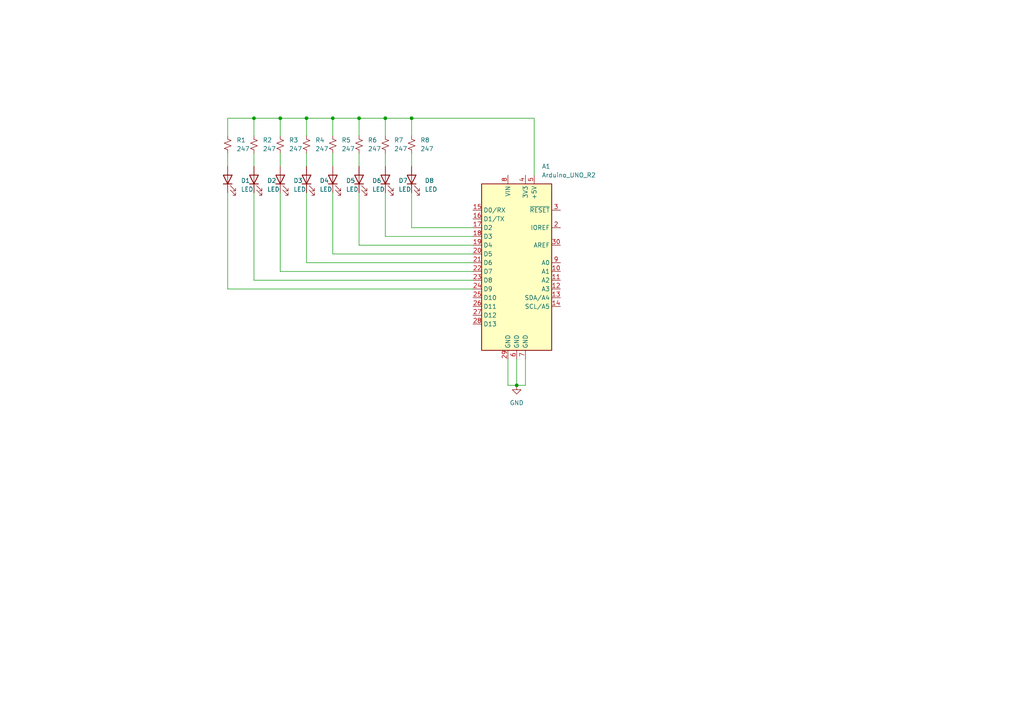
<source format=kicad_sch>
(kicad_sch (version 20230121) (generator eeschema)

  (uuid 76432d08-50f8-4248-b527-5ea6558ab5cf)

  (paper "A4")

  (title_block
    (title "Arduino Shield")
    (date "2024-01-15")
    (rev "1")
    (company "BKU")
    (comment 1 "SHIELD")
  )

  (lib_symbols
    (symbol "Device:LED" (pin_numbers hide) (pin_names (offset 1.016) hide) (in_bom yes) (on_board yes)
      (property "Reference" "D" (at 0 2.54 0)
        (effects (font (size 1.27 1.27)))
      )
      (property "Value" "LED" (at 0 -2.54 0)
        (effects (font (size 1.27 1.27)))
      )
      (property "Footprint" "" (at 0 0 0)
        (effects (font (size 1.27 1.27)) hide)
      )
      (property "Datasheet" "~" (at 0 0 0)
        (effects (font (size 1.27 1.27)) hide)
      )
      (property "ki_keywords" "LED diode" (at 0 0 0)
        (effects (font (size 1.27 1.27)) hide)
      )
      (property "ki_description" "Light emitting diode" (at 0 0 0)
        (effects (font (size 1.27 1.27)) hide)
      )
      (property "ki_fp_filters" "LED* LED_SMD:* LED_THT:*" (at 0 0 0)
        (effects (font (size 1.27 1.27)) hide)
      )
      (symbol "LED_0_1"
        (polyline
          (pts
            (xy -1.27 -1.27)
            (xy -1.27 1.27)
          )
          (stroke (width 0.254) (type default))
          (fill (type none))
        )
        (polyline
          (pts
            (xy -1.27 0)
            (xy 1.27 0)
          )
          (stroke (width 0) (type default))
          (fill (type none))
        )
        (polyline
          (pts
            (xy 1.27 -1.27)
            (xy 1.27 1.27)
            (xy -1.27 0)
            (xy 1.27 -1.27)
          )
          (stroke (width 0.254) (type default))
          (fill (type none))
        )
        (polyline
          (pts
            (xy -3.048 -0.762)
            (xy -4.572 -2.286)
            (xy -3.81 -2.286)
            (xy -4.572 -2.286)
            (xy -4.572 -1.524)
          )
          (stroke (width 0) (type default))
          (fill (type none))
        )
        (polyline
          (pts
            (xy -1.778 -0.762)
            (xy -3.302 -2.286)
            (xy -2.54 -2.286)
            (xy -3.302 -2.286)
            (xy -3.302 -1.524)
          )
          (stroke (width 0) (type default))
          (fill (type none))
        )
      )
      (symbol "LED_1_1"
        (pin passive line (at -3.81 0 0) (length 2.54)
          (name "K" (effects (font (size 1.27 1.27))))
          (number "1" (effects (font (size 1.27 1.27))))
        )
        (pin passive line (at 3.81 0 180) (length 2.54)
          (name "A" (effects (font (size 1.27 1.27))))
          (number "2" (effects (font (size 1.27 1.27))))
        )
      )
    )
    (symbol "Device:R_Small_US" (pin_numbers hide) (pin_names (offset 0.254) hide) (in_bom yes) (on_board yes)
      (property "Reference" "R" (at 0.762 0.508 0)
        (effects (font (size 1.27 1.27)) (justify left))
      )
      (property "Value" "R_Small_US" (at 0.762 -1.016 0)
        (effects (font (size 1.27 1.27)) (justify left))
      )
      (property "Footprint" "" (at 0 0 0)
        (effects (font (size 1.27 1.27)) hide)
      )
      (property "Datasheet" "~" (at 0 0 0)
        (effects (font (size 1.27 1.27)) hide)
      )
      (property "ki_keywords" "r resistor" (at 0 0 0)
        (effects (font (size 1.27 1.27)) hide)
      )
      (property "ki_description" "Resistor, small US symbol" (at 0 0 0)
        (effects (font (size 1.27 1.27)) hide)
      )
      (property "ki_fp_filters" "R_*" (at 0 0 0)
        (effects (font (size 1.27 1.27)) hide)
      )
      (symbol "R_Small_US_1_1"
        (polyline
          (pts
            (xy 0 0)
            (xy 1.016 -0.381)
            (xy 0 -0.762)
            (xy -1.016 -1.143)
            (xy 0 -1.524)
          )
          (stroke (width 0) (type default))
          (fill (type none))
        )
        (polyline
          (pts
            (xy 0 1.524)
            (xy 1.016 1.143)
            (xy 0 0.762)
            (xy -1.016 0.381)
            (xy 0 0)
          )
          (stroke (width 0) (type default))
          (fill (type none))
        )
        (pin passive line (at 0 2.54 270) (length 1.016)
          (name "~" (effects (font (size 1.27 1.27))))
          (number "1" (effects (font (size 1.27 1.27))))
        )
        (pin passive line (at 0 -2.54 90) (length 1.016)
          (name "~" (effects (font (size 1.27 1.27))))
          (number "2" (effects (font (size 1.27 1.27))))
        )
      )
    )
    (symbol "MCU_Module:Arduino_UNO_R2" (in_bom yes) (on_board yes)
      (property "Reference" "A" (at -10.16 23.495 0)
        (effects (font (size 1.27 1.27)) (justify left bottom))
      )
      (property "Value" "Arduino_UNO_R2" (at 5.08 -26.67 0)
        (effects (font (size 1.27 1.27)) (justify left top))
      )
      (property "Footprint" "Module:Arduino_UNO_R2" (at 0 0 0)
        (effects (font (size 1.27 1.27) italic) hide)
      )
      (property "Datasheet" "https://www.arduino.cc/en/Main/arduinoBoardUno" (at 0 0 0)
        (effects (font (size 1.27 1.27)) hide)
      )
      (property "ki_keywords" "Arduino UNO R3 Microcontroller Module Atmel AVR USB" (at 0 0 0)
        (effects (font (size 1.27 1.27)) hide)
      )
      (property "ki_description" "Arduino UNO Microcontroller Module, release 2" (at 0 0 0)
        (effects (font (size 1.27 1.27)) hide)
      )
      (property "ki_fp_filters" "Arduino*UNO*R2*" (at 0 0 0)
        (effects (font (size 1.27 1.27)) hide)
      )
      (symbol "Arduino_UNO_R2_0_1"
        (rectangle (start -10.16 22.86) (end 10.16 -25.4)
          (stroke (width 0.254) (type default))
          (fill (type background))
        )
      )
      (symbol "Arduino_UNO_R2_1_1"
        (pin no_connect line (at -10.16 -20.32 0) (length 2.54) hide
          (name "NC" (effects (font (size 1.27 1.27))))
          (number "1" (effects (font (size 1.27 1.27))))
        )
        (pin bidirectional line (at 12.7 -2.54 180) (length 2.54)
          (name "A1" (effects (font (size 1.27 1.27))))
          (number "10" (effects (font (size 1.27 1.27))))
        )
        (pin bidirectional line (at 12.7 -5.08 180) (length 2.54)
          (name "A2" (effects (font (size 1.27 1.27))))
          (number "11" (effects (font (size 1.27 1.27))))
        )
        (pin bidirectional line (at 12.7 -7.62 180) (length 2.54)
          (name "A3" (effects (font (size 1.27 1.27))))
          (number "12" (effects (font (size 1.27 1.27))))
        )
        (pin bidirectional line (at 12.7 -10.16 180) (length 2.54)
          (name "SDA/A4" (effects (font (size 1.27 1.27))))
          (number "13" (effects (font (size 1.27 1.27))))
        )
        (pin bidirectional line (at 12.7 -12.7 180) (length 2.54)
          (name "SCL/A5" (effects (font (size 1.27 1.27))))
          (number "14" (effects (font (size 1.27 1.27))))
        )
        (pin bidirectional line (at -12.7 15.24 0) (length 2.54)
          (name "D0/RX" (effects (font (size 1.27 1.27))))
          (number "15" (effects (font (size 1.27 1.27))))
        )
        (pin bidirectional line (at -12.7 12.7 0) (length 2.54)
          (name "D1/TX" (effects (font (size 1.27 1.27))))
          (number "16" (effects (font (size 1.27 1.27))))
        )
        (pin bidirectional line (at -12.7 10.16 0) (length 2.54)
          (name "D2" (effects (font (size 1.27 1.27))))
          (number "17" (effects (font (size 1.27 1.27))))
        )
        (pin bidirectional line (at -12.7 7.62 0) (length 2.54)
          (name "D3" (effects (font (size 1.27 1.27))))
          (number "18" (effects (font (size 1.27 1.27))))
        )
        (pin bidirectional line (at -12.7 5.08 0) (length 2.54)
          (name "D4" (effects (font (size 1.27 1.27))))
          (number "19" (effects (font (size 1.27 1.27))))
        )
        (pin output line (at 12.7 10.16 180) (length 2.54)
          (name "IOREF" (effects (font (size 1.27 1.27))))
          (number "2" (effects (font (size 1.27 1.27))))
        )
        (pin bidirectional line (at -12.7 2.54 0) (length 2.54)
          (name "D5" (effects (font (size 1.27 1.27))))
          (number "20" (effects (font (size 1.27 1.27))))
        )
        (pin bidirectional line (at -12.7 0 0) (length 2.54)
          (name "D6" (effects (font (size 1.27 1.27))))
          (number "21" (effects (font (size 1.27 1.27))))
        )
        (pin bidirectional line (at -12.7 -2.54 0) (length 2.54)
          (name "D7" (effects (font (size 1.27 1.27))))
          (number "22" (effects (font (size 1.27 1.27))))
        )
        (pin bidirectional line (at -12.7 -5.08 0) (length 2.54)
          (name "D8" (effects (font (size 1.27 1.27))))
          (number "23" (effects (font (size 1.27 1.27))))
        )
        (pin bidirectional line (at -12.7 -7.62 0) (length 2.54)
          (name "D9" (effects (font (size 1.27 1.27))))
          (number "24" (effects (font (size 1.27 1.27))))
        )
        (pin bidirectional line (at -12.7 -10.16 0) (length 2.54)
          (name "D10" (effects (font (size 1.27 1.27))))
          (number "25" (effects (font (size 1.27 1.27))))
        )
        (pin bidirectional line (at -12.7 -12.7 0) (length 2.54)
          (name "D11" (effects (font (size 1.27 1.27))))
          (number "26" (effects (font (size 1.27 1.27))))
        )
        (pin bidirectional line (at -12.7 -15.24 0) (length 2.54)
          (name "D12" (effects (font (size 1.27 1.27))))
          (number "27" (effects (font (size 1.27 1.27))))
        )
        (pin bidirectional line (at -12.7 -17.78 0) (length 2.54)
          (name "D13" (effects (font (size 1.27 1.27))))
          (number "28" (effects (font (size 1.27 1.27))))
        )
        (pin power_in line (at -2.54 -27.94 90) (length 2.54)
          (name "GND" (effects (font (size 1.27 1.27))))
          (number "29" (effects (font (size 1.27 1.27))))
        )
        (pin input line (at 12.7 15.24 180) (length 2.54)
          (name "~{RESET}" (effects (font (size 1.27 1.27))))
          (number "3" (effects (font (size 1.27 1.27))))
        )
        (pin input line (at 12.7 5.08 180) (length 2.54)
          (name "AREF" (effects (font (size 1.27 1.27))))
          (number "30" (effects (font (size 1.27 1.27))))
        )
        (pin power_out line (at 2.54 25.4 270) (length 2.54)
          (name "3V3" (effects (font (size 1.27 1.27))))
          (number "4" (effects (font (size 1.27 1.27))))
        )
        (pin power_out line (at 5.08 25.4 270) (length 2.54)
          (name "+5V" (effects (font (size 1.27 1.27))))
          (number "5" (effects (font (size 1.27 1.27))))
        )
        (pin power_in line (at 0 -27.94 90) (length 2.54)
          (name "GND" (effects (font (size 1.27 1.27))))
          (number "6" (effects (font (size 1.27 1.27))))
        )
        (pin power_in line (at 2.54 -27.94 90) (length 2.54)
          (name "GND" (effects (font (size 1.27 1.27))))
          (number "7" (effects (font (size 1.27 1.27))))
        )
        (pin power_in line (at -2.54 25.4 270) (length 2.54)
          (name "VIN" (effects (font (size 1.27 1.27))))
          (number "8" (effects (font (size 1.27 1.27))))
        )
        (pin bidirectional line (at 12.7 0 180) (length 2.54)
          (name "A0" (effects (font (size 1.27 1.27))))
          (number "9" (effects (font (size 1.27 1.27))))
        )
      )
    )
    (symbol "power:GND" (power) (pin_names (offset 0)) (in_bom yes) (on_board yes)
      (property "Reference" "#PWR" (at 0 -6.35 0)
        (effects (font (size 1.27 1.27)) hide)
      )
      (property "Value" "GND" (at 0 -3.81 0)
        (effects (font (size 1.27 1.27)))
      )
      (property "Footprint" "" (at 0 0 0)
        (effects (font (size 1.27 1.27)) hide)
      )
      (property "Datasheet" "" (at 0 0 0)
        (effects (font (size 1.27 1.27)) hide)
      )
      (property "ki_keywords" "global power" (at 0 0 0)
        (effects (font (size 1.27 1.27)) hide)
      )
      (property "ki_description" "Power symbol creates a global label with name \"GND\" , ground" (at 0 0 0)
        (effects (font (size 1.27 1.27)) hide)
      )
      (symbol "GND_0_1"
        (polyline
          (pts
            (xy 0 0)
            (xy 0 -1.27)
            (xy 1.27 -1.27)
            (xy 0 -2.54)
            (xy -1.27 -1.27)
            (xy 0 -1.27)
          )
          (stroke (width 0) (type default))
          (fill (type none))
        )
      )
      (symbol "GND_1_1"
        (pin power_in line (at 0 0 270) (length 0) hide
          (name "GND" (effects (font (size 1.27 1.27))))
          (number "1" (effects (font (size 1.27 1.27))))
        )
      )
    )
  )

  (junction (at 73.66 34.29) (diameter 0) (color 0 0 0 0)
    (uuid 06646e78-aca1-445e-adb1-5b7bf1e2f28c)
  )
  (junction (at 111.76 34.29) (diameter 0) (color 0 0 0 0)
    (uuid 24cde80b-b571-41c4-a1e5-6435e099adf5)
  )
  (junction (at 81.28 34.29) (diameter 0) (color 0 0 0 0)
    (uuid 307e1289-143f-45eb-a2c8-407e6fe9aad0)
  )
  (junction (at 88.9 34.29) (diameter 0) (color 0 0 0 0)
    (uuid 99479328-026d-4d56-8cc0-34763bc5afb9)
  )
  (junction (at 119.38 34.29) (diameter 0) (color 0 0 0 0)
    (uuid a2690818-a9da-4588-a983-7fdb25869031)
  )
  (junction (at 96.52 34.29) (diameter 0) (color 0 0 0 0)
    (uuid b82e7081-13e6-4c5b-bd1b-0a4961dc2ce3)
  )
  (junction (at 104.14 34.29) (diameter 0) (color 0 0 0 0)
    (uuid dd7f60e5-704c-445a-a4ec-3bdf1a751ae5)
  )
  (junction (at 149.86 111.76) (diameter 0) (color 0 0 0 0)
    (uuid e95ca152-041e-41c9-af05-8d9e725ae782)
  )

  (wire (pts (xy 88.9 34.29) (xy 88.9 39.37))
    (stroke (width 0) (type default))
    (uuid 08e20ec1-26b5-46a4-bf11-fd1066872a9e)
  )
  (wire (pts (xy 104.14 55.88) (xy 104.14 71.12))
    (stroke (width 0) (type default))
    (uuid 0a4103c8-d3b4-45aa-a061-d717939d6444)
  )
  (wire (pts (xy 96.52 44.45) (xy 96.52 48.26))
    (stroke (width 0) (type default))
    (uuid 0cffaeee-deab-4845-aeec-2e3bcb5b8c34)
  )
  (wire (pts (xy 73.66 44.45) (xy 73.66 48.26))
    (stroke (width 0) (type default))
    (uuid 0d5eaea8-448c-4b7b-9f82-b8045c95495a)
  )
  (wire (pts (xy 119.38 34.29) (xy 119.38 39.37))
    (stroke (width 0) (type default))
    (uuid 0e1f8d0b-e4b1-44e8-b59d-2f401026f098)
  )
  (wire (pts (xy 96.52 34.29) (xy 96.52 39.37))
    (stroke (width 0) (type default))
    (uuid 0e79fe56-1cec-46fa-9ff9-d3dda3b11701)
  )
  (wire (pts (xy 73.66 55.88) (xy 73.66 81.28))
    (stroke (width 0) (type default))
    (uuid 11b872f3-b3ab-47f4-97c1-78219d746ea0)
  )
  (wire (pts (xy 152.4 111.76) (xy 152.4 104.14))
    (stroke (width 0) (type default))
    (uuid 15c88c9c-64c9-4e72-86b2-89d333051a63)
  )
  (wire (pts (xy 111.76 34.29) (xy 119.38 34.29))
    (stroke (width 0) (type default))
    (uuid 186f16e1-fa1c-4e6b-bff6-a0623263eb21)
  )
  (wire (pts (xy 81.28 34.29) (xy 88.9 34.29))
    (stroke (width 0) (type default))
    (uuid 1c35b0fa-bab9-4c24-b0dd-677c6f81c0f6)
  )
  (wire (pts (xy 88.9 55.88) (xy 88.9 76.2))
    (stroke (width 0) (type default))
    (uuid 1c6861fb-42d0-44fc-93ce-4ff7cb9851d9)
  )
  (wire (pts (xy 119.38 44.45) (xy 119.38 48.26))
    (stroke (width 0) (type default))
    (uuid 1eafa1c2-0cbb-47c0-b625-ea643456d2cd)
  )
  (wire (pts (xy 66.04 83.82) (xy 66.04 55.88))
    (stroke (width 0) (type default))
    (uuid 20b8c048-f6f0-4345-bcb0-ad90c4845bc4)
  )
  (wire (pts (xy 88.9 44.45) (xy 88.9 48.26))
    (stroke (width 0) (type default))
    (uuid 278c6f6a-9385-4a04-96a2-322312a90800)
  )
  (wire (pts (xy 104.14 71.12) (xy 137.16 71.12))
    (stroke (width 0) (type default))
    (uuid 3fa3f95b-ed99-4a59-ac0c-af1822e20abc)
  )
  (wire (pts (xy 111.76 68.58) (xy 111.76 55.88))
    (stroke (width 0) (type default))
    (uuid 48f71aa6-552c-41fc-b82f-cdaa158a32b5)
  )
  (wire (pts (xy 137.16 68.58) (xy 111.76 68.58))
    (stroke (width 0) (type default))
    (uuid 4e319cff-f2f8-473b-9da8-9e23ad394680)
  )
  (wire (pts (xy 137.16 73.66) (xy 96.52 73.66))
    (stroke (width 0) (type default))
    (uuid 4fb18e34-0090-4ef9-a723-4b1d3d138f61)
  )
  (wire (pts (xy 81.28 34.29) (xy 81.28 39.37))
    (stroke (width 0) (type default))
    (uuid 53a5a1b9-4bda-40b5-96ef-f4629a7cbc8c)
  )
  (wire (pts (xy 66.04 44.45) (xy 66.04 48.26))
    (stroke (width 0) (type default))
    (uuid 54f990d8-ac68-4b0f-8bd8-5ba64154478d)
  )
  (wire (pts (xy 81.28 78.74) (xy 81.28 55.88))
    (stroke (width 0) (type default))
    (uuid 56ad0c8c-d998-4ab7-9612-ea63531e933a)
  )
  (wire (pts (xy 149.86 111.76) (xy 152.4 111.76))
    (stroke (width 0) (type default))
    (uuid 5dde6e26-4fbe-4742-ae24-524f074b58a2)
  )
  (wire (pts (xy 104.14 44.45) (xy 104.14 48.26))
    (stroke (width 0) (type default))
    (uuid 61a62045-4166-44f8-99a8-571e960fbf7d)
  )
  (wire (pts (xy 88.9 76.2) (xy 137.16 76.2))
    (stroke (width 0) (type default))
    (uuid 627b0625-9be2-4c73-8305-6830f70d5424)
  )
  (wire (pts (xy 73.66 34.29) (xy 73.66 39.37))
    (stroke (width 0) (type default))
    (uuid 62e23eae-be4a-4ef3-8228-76b56dc1a77a)
  )
  (wire (pts (xy 81.28 44.45) (xy 81.28 48.26))
    (stroke (width 0) (type default))
    (uuid 6af4daf3-eaed-42a7-a5fc-c42cb17f3d37)
  )
  (wire (pts (xy 147.32 104.14) (xy 147.32 111.76))
    (stroke (width 0) (type default))
    (uuid 7afe4e77-d59f-4c14-9e41-547219d1857e)
  )
  (wire (pts (xy 73.66 34.29) (xy 81.28 34.29))
    (stroke (width 0) (type default))
    (uuid 7baa57a3-a318-4bf4-9016-22fd6ee0df64)
  )
  (wire (pts (xy 137.16 78.74) (xy 81.28 78.74))
    (stroke (width 0) (type default))
    (uuid 7de98c35-6e11-44a7-90f3-6f9774252dc1)
  )
  (wire (pts (xy 149.86 104.14) (xy 149.86 111.76))
    (stroke (width 0) (type default))
    (uuid 8a37b245-7aad-4bb0-aa39-21d5dd9c48c5)
  )
  (wire (pts (xy 119.38 66.04) (xy 137.16 66.04))
    (stroke (width 0) (type default))
    (uuid 91af897c-2f02-446e-835d-84c3d421c13d)
  )
  (wire (pts (xy 73.66 81.28) (xy 137.16 81.28))
    (stroke (width 0) (type default))
    (uuid 9a88c71b-722a-4c3e-bda9-bdbceef55634)
  )
  (wire (pts (xy 137.16 83.82) (xy 66.04 83.82))
    (stroke (width 0) (type default))
    (uuid a0081617-7e5b-4e6a-b197-d52c2c0afceb)
  )
  (wire (pts (xy 66.04 34.29) (xy 73.66 34.29))
    (stroke (width 0) (type default))
    (uuid a32892c3-7244-4f0c-a623-23339b9b2d84)
  )
  (wire (pts (xy 111.76 44.45) (xy 111.76 48.26))
    (stroke (width 0) (type default))
    (uuid a6888517-c626-4976-b165-3ac43005aa04)
  )
  (wire (pts (xy 66.04 39.37) (xy 66.04 34.29))
    (stroke (width 0) (type default))
    (uuid a96c7cbc-c699-4c81-9f67-93a674eeb9d1)
  )
  (wire (pts (xy 119.38 34.29) (xy 154.94 34.29))
    (stroke (width 0) (type default))
    (uuid b6103bb4-9462-43d5-a7b3-79e587f8b261)
  )
  (wire (pts (xy 147.32 111.76) (xy 149.86 111.76))
    (stroke (width 0) (type default))
    (uuid b7f5030b-7153-4ff1-a3d2-58722fb2ff02)
  )
  (wire (pts (xy 111.76 34.29) (xy 111.76 39.37))
    (stroke (width 0) (type default))
    (uuid c26f2a13-4b40-457a-8954-ce1c5caed1b4)
  )
  (wire (pts (xy 96.52 73.66) (xy 96.52 55.88))
    (stroke (width 0) (type default))
    (uuid c80d9d71-52e7-4664-a6c4-d9ea0644d58f)
  )
  (wire (pts (xy 88.9 34.29) (xy 96.52 34.29))
    (stroke (width 0) (type default))
    (uuid d05990d4-8916-46d4-91b6-90d1a0fa179f)
  )
  (wire (pts (xy 119.38 55.88) (xy 119.38 66.04))
    (stroke (width 0) (type default))
    (uuid dbadb68f-09c9-4b7f-a1d7-39ebdc7ff0d2)
  )
  (wire (pts (xy 104.14 34.29) (xy 104.14 39.37))
    (stroke (width 0) (type default))
    (uuid dcc489c6-e06a-4741-b2f0-2b6e06967880)
  )
  (wire (pts (xy 154.94 34.29) (xy 154.94 50.8))
    (stroke (width 0) (type default))
    (uuid de292dfd-607b-4688-9cc3-48f71141dc9e)
  )
  (wire (pts (xy 104.14 34.29) (xy 111.76 34.29))
    (stroke (width 0) (type default))
    (uuid e52b8b9a-a8cf-4596-b9f6-e91b2fef084f)
  )
  (wire (pts (xy 96.52 34.29) (xy 104.14 34.29))
    (stroke (width 0) (type default))
    (uuid f1254531-d5fc-4187-ac20-dd525af33198)
  )

  (symbol (lib_id "Device:LED") (at 88.9 52.07 90) (unit 1)
    (in_bom yes) (on_board yes) (dnp no) (fields_autoplaced)
    (uuid 19b5c80d-64e4-4c34-b391-ad61c566f0f8)
    (property "Reference" "D4" (at 92.71 52.3875 90)
      (effects (font (size 1.27 1.27)) (justify right))
    )
    (property "Value" "LED" (at 92.71 54.9275 90)
      (effects (font (size 1.27 1.27)) (justify right))
    )
    (property "Footprint" "LED_SMD:LED_0805_2012Metric" (at 88.9 52.07 0)
      (effects (font (size 1.27 1.27)) hide)
    )
    (property "Datasheet" "~" (at 88.9 52.07 0)
      (effects (font (size 1.27 1.27)) hide)
    )
    (pin "1" (uuid 76ff6e14-bbb8-4157-95a7-31fe866b5f51))
    (pin "2" (uuid 1684f7be-e4b8-4dbc-b060-4bfdb4bfa293))
    (instances
      (project "Arduino Shield"
        (path "/76432d08-50f8-4248-b527-5ea6558ab5cf"
          (reference "D4") (unit 1)
        )
      )
    )
  )

  (symbol (lib_id "Device:R_Small_US") (at 88.9 41.91 0) (unit 1)
    (in_bom yes) (on_board yes) (dnp no) (fields_autoplaced)
    (uuid 36e41420-f41d-405b-b44a-d9515b87a98c)
    (property "Reference" "R4" (at 91.44 40.64 0)
      (effects (font (size 1.27 1.27)) (justify left))
    )
    (property "Value" "247" (at 91.44 43.18 0)
      (effects (font (size 1.27 1.27)) (justify left))
    )
    (property "Footprint" "Resistor_SMD:R_0603_1608Metric" (at 88.9 41.91 0)
      (effects (font (size 1.27 1.27)) hide)
    )
    (property "Datasheet" "~" (at 88.9 41.91 0)
      (effects (font (size 1.27 1.27)) hide)
    )
    (pin "1" (uuid e10f4292-5ca6-43de-8eb7-1bb553dc6958))
    (pin "2" (uuid 7fa1ed6b-fa2d-4ab6-93a0-872fdd3b0a56))
    (instances
      (project "Arduino Shield"
        (path "/76432d08-50f8-4248-b527-5ea6558ab5cf"
          (reference "R4") (unit 1)
        )
      )
    )
  )

  (symbol (lib_id "Device:R_Small_US") (at 66.04 41.91 0) (unit 1)
    (in_bom yes) (on_board yes) (dnp no) (fields_autoplaced)
    (uuid 3789661c-ff38-4ea5-9129-0efc31c7f460)
    (property "Reference" "R1" (at 68.58 40.64 0)
      (effects (font (size 1.27 1.27)) (justify left))
    )
    (property "Value" "247" (at 68.58 43.18 0)
      (effects (font (size 1.27 1.27)) (justify left))
    )
    (property "Footprint" "Resistor_SMD:R_0603_1608Metric" (at 66.04 41.91 0)
      (effects (font (size 1.27 1.27)) hide)
    )
    (property "Datasheet" "~" (at 66.04 41.91 0)
      (effects (font (size 1.27 1.27)) hide)
    )
    (pin "1" (uuid adb6a871-8f37-4609-b602-ec06d30e2c6e))
    (pin "2" (uuid 4903f19e-a76e-47af-b59d-c7f093428da7))
    (instances
      (project "Arduino Shield"
        (path "/76432d08-50f8-4248-b527-5ea6558ab5cf"
          (reference "R1") (unit 1)
        )
      )
    )
  )

  (symbol (lib_id "power:GND") (at 149.86 111.76 0) (unit 1)
    (in_bom yes) (on_board yes) (dnp no) (fields_autoplaced)
    (uuid 4013010e-7e07-4b87-9ac4-41ea5a029b56)
    (property "Reference" "#PWR01" (at 149.86 118.11 0)
      (effects (font (size 1.27 1.27)) hide)
    )
    (property "Value" "GND" (at 149.86 116.84 0)
      (effects (font (size 1.27 1.27)))
    )
    (property "Footprint" "" (at 149.86 111.76 0)
      (effects (font (size 1.27 1.27)) hide)
    )
    (property "Datasheet" "" (at 149.86 111.76 0)
      (effects (font (size 1.27 1.27)) hide)
    )
    (pin "1" (uuid fb6f139d-f1e8-455f-b783-2230404adef4))
    (instances
      (project "Arduino Shield"
        (path "/76432d08-50f8-4248-b527-5ea6558ab5cf"
          (reference "#PWR01") (unit 1)
        )
      )
    )
  )

  (symbol (lib_id "Device:LED") (at 104.14 52.07 90) (unit 1)
    (in_bom yes) (on_board yes) (dnp no) (fields_autoplaced)
    (uuid 41964f36-2365-4b70-ba37-95de3825adb6)
    (property "Reference" "D6" (at 107.95 52.3875 90)
      (effects (font (size 1.27 1.27)) (justify right))
    )
    (property "Value" "LED" (at 107.95 54.9275 90)
      (effects (font (size 1.27 1.27)) (justify right))
    )
    (property "Footprint" "LED_SMD:LED_0805_2012Metric" (at 104.14 52.07 0)
      (effects (font (size 1.27 1.27)) hide)
    )
    (property "Datasheet" "~" (at 104.14 52.07 0)
      (effects (font (size 1.27 1.27)) hide)
    )
    (pin "1" (uuid 134caa66-19be-433a-9c9e-22b10a9c8c66))
    (pin "2" (uuid a4b96bce-0bd9-41b8-9065-3d417886fb3c))
    (instances
      (project "Arduino Shield"
        (path "/76432d08-50f8-4248-b527-5ea6558ab5cf"
          (reference "D6") (unit 1)
        )
      )
    )
  )

  (symbol (lib_id "Device:R_Small_US") (at 73.66 41.91 0) (unit 1)
    (in_bom yes) (on_board yes) (dnp no) (fields_autoplaced)
    (uuid 4bcb1767-f8ab-4f84-a30e-7976397eb455)
    (property "Reference" "R2" (at 76.2 40.64 0)
      (effects (font (size 1.27 1.27)) (justify left))
    )
    (property "Value" "247" (at 76.2 43.18 0)
      (effects (font (size 1.27 1.27)) (justify left))
    )
    (property "Footprint" "Resistor_SMD:R_0603_1608Metric" (at 73.66 41.91 0)
      (effects (font (size 1.27 1.27)) hide)
    )
    (property "Datasheet" "~" (at 73.66 41.91 0)
      (effects (font (size 1.27 1.27)) hide)
    )
    (pin "1" (uuid e44f0e3e-edb7-47eb-a2e5-5fbeab6fb2a8))
    (pin "2" (uuid dd8d51ff-56cc-4d60-bafd-5b25cbf2a864))
    (instances
      (project "Arduino Shield"
        (path "/76432d08-50f8-4248-b527-5ea6558ab5cf"
          (reference "R2") (unit 1)
        )
      )
    )
  )

  (symbol (lib_id "Device:R_Small_US") (at 81.28 41.91 0) (unit 1)
    (in_bom yes) (on_board yes) (dnp no) (fields_autoplaced)
    (uuid 5118501d-1df3-408f-9cd1-03862c44bac2)
    (property "Reference" "R3" (at 83.82 40.64 0)
      (effects (font (size 1.27 1.27)) (justify left))
    )
    (property "Value" "247" (at 83.82 43.18 0)
      (effects (font (size 1.27 1.27)) (justify left))
    )
    (property "Footprint" "Resistor_SMD:R_0603_1608Metric" (at 81.28 41.91 0)
      (effects (font (size 1.27 1.27)) hide)
    )
    (property "Datasheet" "~" (at 81.28 41.91 0)
      (effects (font (size 1.27 1.27)) hide)
    )
    (pin "1" (uuid 18176342-31d0-48f8-afa5-6dafe05e6b37))
    (pin "2" (uuid b0a034fe-146f-4365-8f07-56c05b7c6b2d))
    (instances
      (project "Arduino Shield"
        (path "/76432d08-50f8-4248-b527-5ea6558ab5cf"
          (reference "R3") (unit 1)
        )
      )
    )
  )

  (symbol (lib_id "Device:LED") (at 96.52 52.07 90) (unit 1)
    (in_bom yes) (on_board yes) (dnp no) (fields_autoplaced)
    (uuid 5a9d553b-6750-4dbc-969c-75cf3d628a83)
    (property "Reference" "D5" (at 100.33 52.3875 90)
      (effects (font (size 1.27 1.27)) (justify right))
    )
    (property "Value" "LED" (at 100.33 54.9275 90)
      (effects (font (size 1.27 1.27)) (justify right))
    )
    (property "Footprint" "LED_SMD:LED_0805_2012Metric" (at 96.52 52.07 0)
      (effects (font (size 1.27 1.27)) hide)
    )
    (property "Datasheet" "~" (at 96.52 52.07 0)
      (effects (font (size 1.27 1.27)) hide)
    )
    (pin "1" (uuid 191e74df-4ffe-4f5f-880b-e413f59e9738))
    (pin "2" (uuid ec8a577d-92ac-407c-8652-658f2ac2fd20))
    (instances
      (project "Arduino Shield"
        (path "/76432d08-50f8-4248-b527-5ea6558ab5cf"
          (reference "D5") (unit 1)
        )
      )
    )
  )

  (symbol (lib_id "Device:LED") (at 81.28 52.07 90) (unit 1)
    (in_bom yes) (on_board yes) (dnp no) (fields_autoplaced)
    (uuid 5e7b98b1-24ee-4507-83fb-77dcdb241102)
    (property "Reference" "D3" (at 85.09 52.3875 90)
      (effects (font (size 1.27 1.27)) (justify right))
    )
    (property "Value" "LED" (at 85.09 54.9275 90)
      (effects (font (size 1.27 1.27)) (justify right))
    )
    (property "Footprint" "LED_SMD:LED_0805_2012Metric" (at 81.28 52.07 0)
      (effects (font (size 1.27 1.27)) hide)
    )
    (property "Datasheet" "~" (at 81.28 52.07 0)
      (effects (font (size 1.27 1.27)) hide)
    )
    (pin "1" (uuid e59b0eaf-6239-4ae2-9902-a8e4836a0210))
    (pin "2" (uuid 8fe4e415-ac53-49ff-831d-5c3746653ae9))
    (instances
      (project "Arduino Shield"
        (path "/76432d08-50f8-4248-b527-5ea6558ab5cf"
          (reference "D3") (unit 1)
        )
      )
    )
  )

  (symbol (lib_id "Device:LED") (at 119.38 52.07 90) (unit 1)
    (in_bom yes) (on_board yes) (dnp no) (fields_autoplaced)
    (uuid a7d05888-1069-47d1-ad18-7e5ff228f2d5)
    (property "Reference" "D8" (at 123.19 52.3875 90)
      (effects (font (size 1.27 1.27)) (justify right))
    )
    (property "Value" "LED" (at 123.19 54.9275 90)
      (effects (font (size 1.27 1.27)) (justify right))
    )
    (property "Footprint" "LED_SMD:LED_0805_2012Metric" (at 119.38 52.07 0)
      (effects (font (size 1.27 1.27)) hide)
    )
    (property "Datasheet" "~" (at 119.38 52.07 0)
      (effects (font (size 1.27 1.27)) hide)
    )
    (pin "1" (uuid dbe11db5-6006-43a4-b798-cfe5daad9aba))
    (pin "2" (uuid 1f0ece7c-0e5e-404d-b2bc-ad78d9a1455c))
    (instances
      (project "Arduino Shield"
        (path "/76432d08-50f8-4248-b527-5ea6558ab5cf"
          (reference "D8") (unit 1)
        )
      )
    )
  )

  (symbol (lib_id "Device:R_Small_US") (at 119.38 41.91 0) (unit 1)
    (in_bom yes) (on_board yes) (dnp no) (fields_autoplaced)
    (uuid aea6731c-2bbc-4edf-943d-625e64ed5815)
    (property "Reference" "R8" (at 121.92 40.64 0)
      (effects (font (size 1.27 1.27)) (justify left))
    )
    (property "Value" "247" (at 121.92 43.18 0)
      (effects (font (size 1.27 1.27)) (justify left))
    )
    (property "Footprint" "Resistor_SMD:R_0603_1608Metric" (at 119.38 41.91 0)
      (effects (font (size 1.27 1.27)) hide)
    )
    (property "Datasheet" "~" (at 119.38 41.91 0)
      (effects (font (size 1.27 1.27)) hide)
    )
    (pin "1" (uuid 02b129ce-6f8c-430e-a9ed-a6d10d253bfc))
    (pin "2" (uuid 0ba35cfc-eba2-45cc-a844-81c362b58563))
    (instances
      (project "Arduino Shield"
        (path "/76432d08-50f8-4248-b527-5ea6558ab5cf"
          (reference "R8") (unit 1)
        )
      )
    )
  )

  (symbol (lib_id "Device:LED") (at 66.04 52.07 90) (unit 1)
    (in_bom yes) (on_board yes) (dnp no) (fields_autoplaced)
    (uuid bc1f7536-6fc8-464f-882a-790bb643321b)
    (property "Reference" "D1" (at 69.85 52.3875 90)
      (effects (font (size 1.27 1.27)) (justify right))
    )
    (property "Value" "LED" (at 69.85 54.9275 90)
      (effects (font (size 1.27 1.27)) (justify right))
    )
    (property "Footprint" "LED_SMD:LED_0805_2012Metric" (at 66.04 52.07 0)
      (effects (font (size 1.27 1.27)) hide)
    )
    (property "Datasheet" "~" (at 66.04 52.07 0)
      (effects (font (size 1.27 1.27)) hide)
    )
    (pin "1" (uuid d7c28149-2a69-41f3-a6a2-130880907f57))
    (pin "2" (uuid c52bf111-746f-4cbd-88ce-350dd3fe71ba))
    (instances
      (project "Arduino Shield"
        (path "/76432d08-50f8-4248-b527-5ea6558ab5cf"
          (reference "D1") (unit 1)
        )
      )
    )
  )

  (symbol (lib_id "MCU_Module:Arduino_UNO_R2") (at 149.86 76.2 0) (unit 1)
    (in_bom yes) (on_board yes) (dnp no) (fields_autoplaced)
    (uuid c92ab7f4-df57-48f8-821c-57a1befe1328)
    (property "Reference" "A1" (at 157.1341 48.26 0)
      (effects (font (size 1.27 1.27)) (justify left))
    )
    (property "Value" "Arduino_UNO_R2" (at 157.1341 50.8 0)
      (effects (font (size 1.27 1.27)) (justify left))
    )
    (property "Footprint" "Module:Arduino_UNO_R2" (at 149.86 76.2 0)
      (effects (font (size 1.27 1.27) italic) hide)
    )
    (property "Datasheet" "https://www.arduino.cc/en/Main/arduinoBoardUno" (at 149.86 76.2 0)
      (effects (font (size 1.27 1.27)) hide)
    )
    (pin "25" (uuid 34764fed-0aa1-49e7-afae-7c91a7b4c2f7))
    (pin "6" (uuid 0a5c3bd9-c1a3-478e-8782-9850a04fbfcc))
    (pin "22" (uuid 33bcf43a-d38a-4021-81ff-886fed156601))
    (pin "2" (uuid a3be7f06-cbd9-4307-a2ec-76e2fa997f04))
    (pin "29" (uuid a4059605-5fce-43ed-8b67-cc5752872027))
    (pin "11" (uuid 41ac8a08-6103-4a21-bff0-5e853516fe60))
    (pin "24" (uuid cfa894ef-761e-4feb-a2f7-abb768d53494))
    (pin "30" (uuid b3a50c7a-ed31-480e-a59d-eeac160b4d0e))
    (pin "28" (uuid 73768522-08ef-42a4-9611-5a6650358413))
    (pin "12" (uuid 0ae8af4a-0292-452c-b502-dc5ffdb57a84))
    (pin "26" (uuid f82026bc-7046-40a6-ae47-68ac84358f5a))
    (pin "1" (uuid 0f59218d-fee9-46d5-8383-e1803afde523))
    (pin "10" (uuid b5a686f6-916c-4af9-821f-ace8f45e8ad4))
    (pin "20" (uuid 556779d1-817a-4a37-8de3-1d7ff6dc8e2b))
    (pin "27" (uuid dd56aefd-2cf1-44ff-8300-777a1852165f))
    (pin "15" (uuid a521a3b0-2c3c-4921-8dd6-90869eae541a))
    (pin "21" (uuid 02040480-fb0f-4c6c-9eba-b9c09b3371b0))
    (pin "17" (uuid 3403c88c-28c8-4de1-ae78-c5918b9787be))
    (pin "18" (uuid 6b0cb2ad-44ec-4384-8105-73684e20e354))
    (pin "23" (uuid 80eb80b5-5705-4400-96ac-581fc2f340e5))
    (pin "5" (uuid 898bf61f-ba16-44ec-b965-ffaf0dfad01a))
    (pin "3" (uuid 511a8745-06c2-4f90-afaa-3f054fa86936))
    (pin "4" (uuid 21958fb8-584e-49cb-b1bc-fda43370a7de))
    (pin "8" (uuid 221e6c0e-a24a-4d7d-8ad0-1636b60942f3))
    (pin "7" (uuid caac515e-0f40-43bc-9092-d190a93d9205))
    (pin "16" (uuid ee0bc9fa-1663-48e5-b29f-e0c91135e83a))
    (pin "9" (uuid 529f4e6a-521f-4ae8-9014-e4599c3140b5))
    (pin "14" (uuid 585fd32c-fadb-4a96-b561-31508237681e))
    (pin "19" (uuid e44b6951-27dc-4ddf-8859-415f28e91aa0))
    (pin "13" (uuid 33a9c4db-d1e9-43cc-94a4-607ff3373624))
    (instances
      (project "Arduino Shield"
        (path "/76432d08-50f8-4248-b527-5ea6558ab5cf"
          (reference "A1") (unit 1)
        )
      )
    )
  )

  (symbol (lib_id "Device:R_Small_US") (at 104.14 41.91 0) (unit 1)
    (in_bom yes) (on_board yes) (dnp no) (fields_autoplaced)
    (uuid df85fcb2-db23-4d82-802c-66cdf4505ef1)
    (property "Reference" "R6" (at 106.68 40.64 0)
      (effects (font (size 1.27 1.27)) (justify left))
    )
    (property "Value" "247" (at 106.68 43.18 0)
      (effects (font (size 1.27 1.27)) (justify left))
    )
    (property "Footprint" "Resistor_SMD:R_0603_1608Metric" (at 104.14 41.91 0)
      (effects (font (size 1.27 1.27)) hide)
    )
    (property "Datasheet" "~" (at 104.14 41.91 0)
      (effects (font (size 1.27 1.27)) hide)
    )
    (pin "1" (uuid 5376860d-7407-4002-b4ec-23dca989028c))
    (pin "2" (uuid d09d4811-451b-4c18-bb21-7d445687e47a))
    (instances
      (project "Arduino Shield"
        (path "/76432d08-50f8-4248-b527-5ea6558ab5cf"
          (reference "R6") (unit 1)
        )
      )
    )
  )

  (symbol (lib_id "Device:LED") (at 73.66 52.07 90) (unit 1)
    (in_bom yes) (on_board yes) (dnp no) (fields_autoplaced)
    (uuid e22a85c8-f5f3-475d-a1bb-02fc506d9425)
    (property "Reference" "D2" (at 77.47 52.3875 90)
      (effects (font (size 1.27 1.27)) (justify right))
    )
    (property "Value" "LED" (at 77.47 54.9275 90)
      (effects (font (size 1.27 1.27)) (justify right))
    )
    (property "Footprint" "LED_SMD:LED_0805_2012Metric" (at 73.66 52.07 0)
      (effects (font (size 1.27 1.27)) hide)
    )
    (property "Datasheet" "~" (at 73.66 52.07 0)
      (effects (font (size 1.27 1.27)) hide)
    )
    (pin "1" (uuid 74bf6a59-4429-45a3-9325-fdffa66fa135))
    (pin "2" (uuid 13e7a4ea-a0ff-4081-8758-166ffee442ac))
    (instances
      (project "Arduino Shield"
        (path "/76432d08-50f8-4248-b527-5ea6558ab5cf"
          (reference "D2") (unit 1)
        )
      )
    )
  )

  (symbol (lib_id "Device:R_Small_US") (at 96.52 41.91 0) (unit 1)
    (in_bom yes) (on_board yes) (dnp no) (fields_autoplaced)
    (uuid e6a1d89e-ed64-46ed-bfe3-3dccb738b115)
    (property "Reference" "R5" (at 99.06 40.64 0)
      (effects (font (size 1.27 1.27)) (justify left))
    )
    (property "Value" "247" (at 99.06 43.18 0)
      (effects (font (size 1.27 1.27)) (justify left))
    )
    (property "Footprint" "Resistor_SMD:R_0603_1608Metric" (at 96.52 41.91 0)
      (effects (font (size 1.27 1.27)) hide)
    )
    (property "Datasheet" "~" (at 96.52 41.91 0)
      (effects (font (size 1.27 1.27)) hide)
    )
    (pin "1" (uuid 799cd56f-145c-47e8-a789-8dbb06d9d415))
    (pin "2" (uuid 2d4f86be-4d87-4cce-a276-6fef7ad4721f))
    (instances
      (project "Arduino Shield"
        (path "/76432d08-50f8-4248-b527-5ea6558ab5cf"
          (reference "R5") (unit 1)
        )
      )
    )
  )

  (symbol (lib_id "Device:LED") (at 111.76 52.07 90) (unit 1)
    (in_bom yes) (on_board yes) (dnp no) (fields_autoplaced)
    (uuid edb2ff11-82cb-4d66-9da3-bccaac249d27)
    (property "Reference" "D7" (at 115.57 52.3875 90)
      (effects (font (size 1.27 1.27)) (justify right))
    )
    (property "Value" "LED" (at 115.57 54.9275 90)
      (effects (font (size 1.27 1.27)) (justify right))
    )
    (property "Footprint" "LED_SMD:LED_0805_2012Metric" (at 111.76 52.07 0)
      (effects (font (size 1.27 1.27)) hide)
    )
    (property "Datasheet" "~" (at 111.76 52.07 0)
      (effects (font (size 1.27 1.27)) hide)
    )
    (pin "1" (uuid d3231966-9ea6-4b97-ac91-229eae6acffe))
    (pin "2" (uuid d9cdf9e3-a323-4bc4-a8b1-88e281f09151))
    (instances
      (project "Arduino Shield"
        (path "/76432d08-50f8-4248-b527-5ea6558ab5cf"
          (reference "D7") (unit 1)
        )
      )
    )
  )

  (symbol (lib_id "Device:R_Small_US") (at 111.76 41.91 0) (unit 1)
    (in_bom yes) (on_board yes) (dnp no) (fields_autoplaced)
    (uuid fd5357bb-ec1f-43f0-8a9d-9680954e808d)
    (property "Reference" "R7" (at 114.3 40.64 0)
      (effects (font (size 1.27 1.27)) (justify left))
    )
    (property "Value" "247" (at 114.3 43.18 0)
      (effects (font (size 1.27 1.27)) (justify left))
    )
    (property "Footprint" "Resistor_SMD:R_0603_1608Metric" (at 111.76 41.91 0)
      (effects (font (size 1.27 1.27)) hide)
    )
    (property "Datasheet" "~" (at 111.76 41.91 0)
      (effects (font (size 1.27 1.27)) hide)
    )
    (pin "1" (uuid 413a5b37-6573-42a7-807c-914cd7c30e88))
    (pin "2" (uuid 6e2e459e-90f8-40c8-8fe5-a9c5a61c413a))
    (instances
      (project "Arduino Shield"
        (path "/76432d08-50f8-4248-b527-5ea6558ab5cf"
          (reference "R7") (unit 1)
        )
      )
    )
  )

  (sheet_instances
    (path "/" (page "1"))
  )
)

</source>
